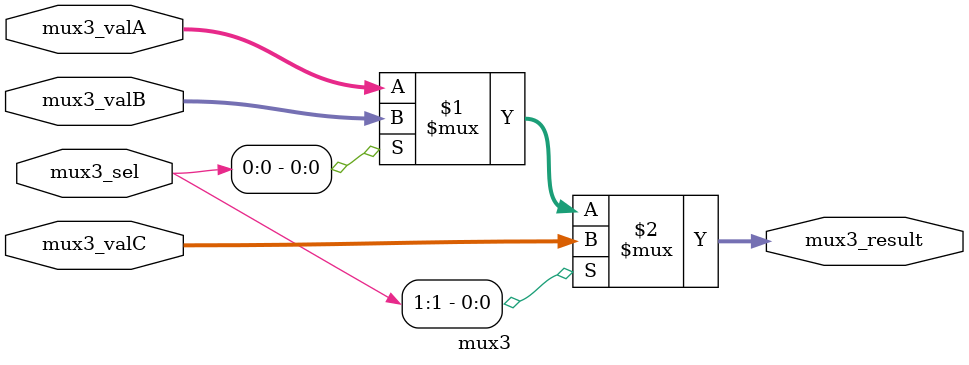
<source format=sv>
module mux3#(parameter WIDTH=8)(
    
    input  logic [WIDTH-1:0] mux3_valA  ,
    input  logic [WIDTH-1:0] mux3_valB  ,
    input  logic [WIDTH-1:0] mux3_valC  ,

    input  logic [1:0]       mux3_sel   ,
    output logic [WIDTH-1:0] mux3_result  
);
             
assign mux3_result = mux3_sel[1] ? mux3_valC : (mux3_sel[0] ? mux3_valB : mux3_valA ) ;
    
endmodule
</source>
